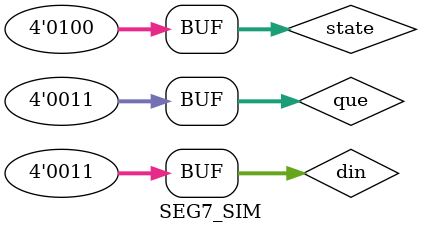
<source format=v>
`timescale 1ns / 100ps

module SEG7_SIM();

reg [3:0] state, din, que;
wire [6:0] hex;

SEG7DEC_1 s0(
    .STATE(state),
    .DIN(din),
    .QUE(que),
    .nHEX(hex)
);

initial begin
    state = 4'b0010;
  #50 state = 4'b0011;
      que = 4'h3;
  #50 state = 4'b0100;
      din = 4'h3;
  #50 state = 4'b0011;
  #50 state = 4'b0100; 
end

endmodule










</source>
